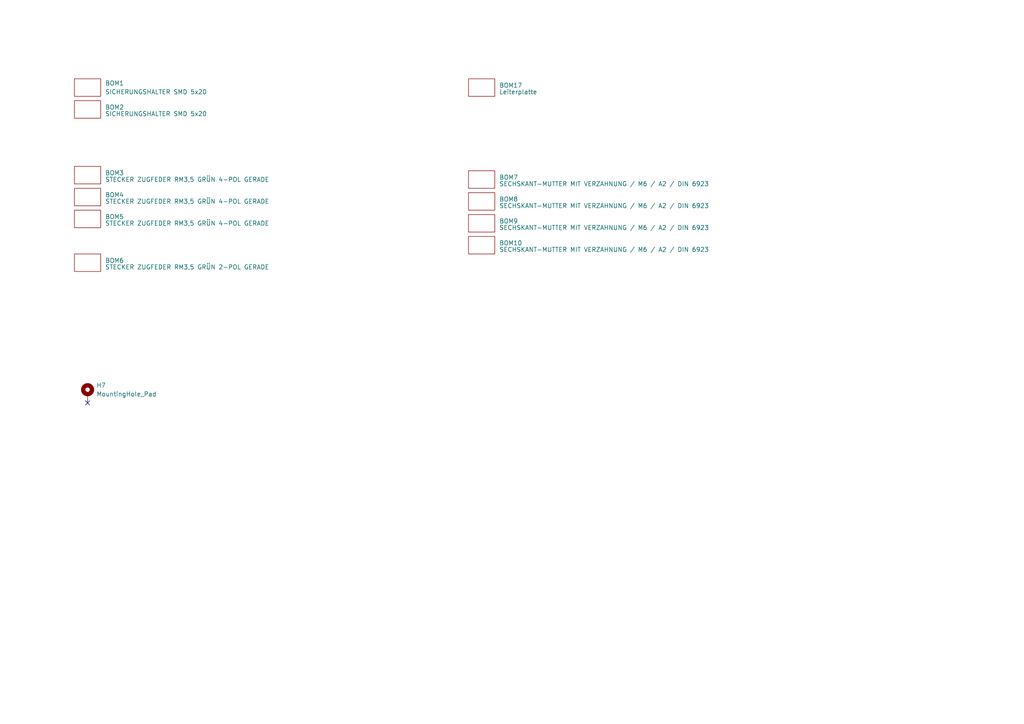
<source format=kicad_sch>
(kicad_sch
	(version 20250114)
	(generator "eeschema")
	(generator_version "9.0")
	(uuid "d2a2d163-13e4-4f1d-aa3d-79667ae6d2fb")
	(paper "A4")
	(lib_symbols
		(symbol "Mechanical:MountingHole_Pad"
			(pin_numbers
				(hide yes)
			)
			(pin_names
				(offset 1.016)
				(hide yes)
			)
			(exclude_from_sim yes)
			(in_bom no)
			(on_board yes)
			(property "Reference" "H"
				(at 0 6.35 0)
				(effects
					(font
						(size 1.27 1.27)
					)
				)
			)
			(property "Value" "MountingHole_Pad"
				(at 0 4.445 0)
				(effects
					(font
						(size 1.27 1.27)
					)
				)
			)
			(property "Footprint" ""
				(at 0 0 0)
				(effects
					(font
						(size 1.27 1.27)
					)
					(hide yes)
				)
			)
			(property "Datasheet" "~"
				(at 0 0 0)
				(effects
					(font
						(size 1.27 1.27)
					)
					(hide yes)
				)
			)
			(property "Description" "Mounting Hole with connection"
				(at 0 0 0)
				(effects
					(font
						(size 1.27 1.27)
					)
					(hide yes)
				)
			)
			(property "ki_keywords" "mounting hole"
				(at 0 0 0)
				(effects
					(font
						(size 1.27 1.27)
					)
					(hide yes)
				)
			)
			(property "ki_fp_filters" "MountingHole*Pad*"
				(at 0 0 0)
				(effects
					(font
						(size 1.27 1.27)
					)
					(hide yes)
				)
			)
			(symbol "MountingHole_Pad_0_1"
				(circle
					(center 0 1.27)
					(radius 1.27)
					(stroke
						(width 1.27)
						(type default)
					)
					(fill
						(type none)
					)
				)
			)
			(symbol "MountingHole_Pad_1_1"
				(pin input line
					(at 0 -2.54 90)
					(length 2.54)
					(name "1"
						(effects
							(font
								(size 1.27 1.27)
							)
						)
					)
					(number "1"
						(effects
							(font
								(size 1.27 1.27)
							)
						)
					)
				)
			)
			(embedded_fonts no)
		)
		(symbol "myBOM_Part:BOM-Part"
			(pin_numbers
				(hide yes)
			)
			(pin_names
				(offset 0)
				(hide yes)
			)
			(exclude_from_sim no)
			(in_bom yes)
			(on_board no)
			(property "Reference" "BOM"
				(at 0 0 0)
				(effects
					(font
						(size 1.27 1.27)
					)
				)
			)
			(property "Value" ""
				(at 0 0 0)
				(effects
					(font
						(size 1.27 1.27)
					)
				)
			)
			(property "Footprint" "myDummy:BOM-Dummy"
				(at 0 0 0)
				(effects
					(font
						(size 1.27 1.27)
					)
					(hide yes)
				)
			)
			(property "Datasheet" ""
				(at 0 0 0)
				(effects
					(font
						(size 1.27 1.27)
					)
					(hide yes)
				)
			)
			(property "Description" ""
				(at 0 0 0)
				(effects
					(font
						(size 1.27 1.27)
					)
					(hide yes)
				)
			)
			(symbol "BOM-Part_0_1"
				(rectangle
					(start -3.81 2.54)
					(end 3.81 -2.54)
					(stroke
						(width 0)
						(type default)
					)
					(fill
						(type none)
					)
				)
			)
			(embedded_fonts no)
		)
	)
	(no_connect
		(at 25.4 116.84)
		(uuid "9245115c-bb1d-4108-a8e3-fbdc234b3f22")
	)
	(symbol
		(lib_id "myBOM_Part:BOM-Part")
		(at 139.7 64.77 0)
		(unit 1)
		(exclude_from_sim no)
		(in_bom yes)
		(on_board yes)
		(dnp no)
		(fields_autoplaced yes)
		(uuid "34200ca7-24e4-4c21-baf7-9aa64778258b")
		(property "Reference" "BOM9"
			(at 144.78 64.1349 0)
			(effects
				(font
					(size 1.27 1.27)
				)
				(justify left)
			)
		)
		(property "Value" "SECHSKANT-MUTTER MIT VERZAHNUNG / M6 / A2 / DIN 6923"
			(at 144.78 66.04 0)
			(effects
				(font
					(size 1.27 1.27)
				)
				(justify left)
			)
		)
		(property "Footprint" "myBOM:BOM_PART_2x2mm"
			(at 139.7 64.77 0)
			(effects
				(font
					(size 1.27 1.27)
				)
				(hide yes)
			)
		)
		(property "Datasheet" ""
			(at 139.7 64.77 0)
			(effects
				(font
					(size 1.27 1.27)
				)
				(hide yes)
			)
		)
		(property "Description" "SECHSKANT-MUTTER MIT VERZAHNUNG / M6 / A2 / DIN 6923"
			(at 139.7 64.77 0)
			(effects
				(font
					(size 1.27 1.27)
				)
				(hide yes)
			)
		)
		(property "ECS Art#" "M589"
			(at 139.7 64.77 0)
			(effects
				(font
					(size 1.27 1.27)
				)
				(hide yes)
			)
		)
		(property "HAN" ""
			(at 139.7 64.77 0)
			(effects
				(font
					(size 1.27 1.27)
				)
				(hide yes)
			)
		)
		(property "Voltage" ""
			(at 139.7 64.77 0)
			(effects
				(font
					(size 1.27 1.27)
				)
				(hide yes)
			)
		)
		(property "Toleranz" ""
			(at 139.7 64.77 0)
			(effects
				(font
					(size 1.27 1.27)
				)
				(hide yes)
			)
		)
		(property "Hersteller" ""
			(at 139.7 64.77 0)
			(effects
				(font
					(size 1.27 1.27)
				)
				(hide yes)
			)
		)
		(instances
			(project "smartPro"
				(path "/bf1f8167-8e29-49cc-a467-dd9cc2c77246/4875905e-d35e-4049-a6aa-c7869d81fd32"
					(reference "BOM9")
					(unit 1)
				)
			)
		)
	)
	(symbol
		(lib_id "myBOM_Part:BOM-Part")
		(at 25.4 50.8 0)
		(unit 1)
		(exclude_from_sim no)
		(in_bom yes)
		(on_board yes)
		(dnp no)
		(fields_autoplaced yes)
		(uuid "3b1edae6-9a49-468b-9575-917881cfa914")
		(property "Reference" "BOM3"
			(at 30.48 50.1649 0)
			(effects
				(font
					(size 1.27 1.27)
				)
				(justify left)
			)
		)
		(property "Value" "STECKER ZUGFEDER RM3,5 GRÜN 4-POL GERADE"
			(at 30.48 52.07 0)
			(effects
				(font
					(size 1.27 1.27)
				)
				(justify left)
			)
		)
		(property "Footprint" "myBOM:BOM_PART_2x2mm"
			(at 25.4 50.8 0)
			(effects
				(font
					(size 1.27 1.27)
				)
				(hide yes)
			)
		)
		(property "Datasheet" "https://www.lcsc.com/datasheet/lcsc_datasheet_2111222030_Cixi-Kefa-Elec-KF2EDGKN-3-5-4P_C2923001.pdf"
			(at 25.4 50.8 0)
			(effects
				(font
					(size 1.27 1.27)
				)
				(hide yes)
			)
		)
		(property "Description" "STECKER ZUGFEDER RM3,5 GRÜN 4-POL GERADE"
			(at 25.4 50.8 0)
			(effects
				(font
					(size 1.27 1.27)
				)
				(hide yes)
			)
		)
		(property "ECS Art#" "CON592"
			(at 25.4 50.8 0)
			(effects
				(font
					(size 1.27 1.27)
				)
				(hide yes)
			)
		)
		(property "HAN" "KF2EDGKN-3.5-4P"
			(at 25.4 50.8 0)
			(effects
				(font
					(size 1.27 1.27)
				)
				(hide yes)
			)
		)
		(property "Voltage" ""
			(at 25.4 50.8 0)
			(effects
				(font
					(size 1.27 1.27)
				)
				(hide yes)
			)
		)
		(property "Toleranz" ""
			(at 25.4 50.8 0)
			(effects
				(font
					(size 1.27 1.27)
				)
				(hide yes)
			)
		)
		(property "Hersteller" "Cici"
			(at 25.4 50.8 0)
			(effects
				(font
					(size 1.27 1.27)
				)
				(hide yes)
			)
		)
		(instances
			(project "greenSmartSwitch"
				(path "/bf1f8167-8e29-49cc-a467-dd9cc2c77246/4875905e-d35e-4049-a6aa-c7869d81fd32"
					(reference "BOM3")
					(unit 1)
				)
			)
		)
	)
	(symbol
		(lib_id "myBOM_Part:BOM-Part")
		(at 139.7 71.12 0)
		(unit 1)
		(exclude_from_sim no)
		(in_bom yes)
		(on_board yes)
		(dnp no)
		(fields_autoplaced yes)
		(uuid "46da6a53-8e8f-4423-93b1-b65682c7fd58")
		(property "Reference" "BOM10"
			(at 144.78 70.4849 0)
			(effects
				(font
					(size 1.27 1.27)
				)
				(justify left)
			)
		)
		(property "Value" "SECHSKANT-MUTTER MIT VERZAHNUNG / M6 / A2 / DIN 6923"
			(at 144.78 72.39 0)
			(effects
				(font
					(size 1.27 1.27)
				)
				(justify left)
			)
		)
		(property "Footprint" "myBOM:BOM_PART_2x2mm"
			(at 139.7 71.12 0)
			(effects
				(font
					(size 1.27 1.27)
				)
				(hide yes)
			)
		)
		(property "Datasheet" ""
			(at 139.7 71.12 0)
			(effects
				(font
					(size 1.27 1.27)
				)
				(hide yes)
			)
		)
		(property "Description" "SECHSKANT-MUTTER MIT VERZAHNUNG / M6 / A2 / DIN 6923"
			(at 139.7 71.12 0)
			(effects
				(font
					(size 1.27 1.27)
				)
				(hide yes)
			)
		)
		(property "ECS Art#" "M589"
			(at 139.7 71.12 0)
			(effects
				(font
					(size 1.27 1.27)
				)
				(hide yes)
			)
		)
		(property "HAN" ""
			(at 139.7 71.12 0)
			(effects
				(font
					(size 1.27 1.27)
				)
				(hide yes)
			)
		)
		(property "Voltage" ""
			(at 139.7 71.12 0)
			(effects
				(font
					(size 1.27 1.27)
				)
				(hide yes)
			)
		)
		(property "Toleranz" ""
			(at 139.7 71.12 0)
			(effects
				(font
					(size 1.27 1.27)
				)
				(hide yes)
			)
		)
		(property "Hersteller" ""
			(at 139.7 71.12 0)
			(effects
				(font
					(size 1.27 1.27)
				)
				(hide yes)
			)
		)
		(instances
			(project "smartPro"
				(path "/bf1f8167-8e29-49cc-a467-dd9cc2c77246/4875905e-d35e-4049-a6aa-c7869d81fd32"
					(reference "BOM10")
					(unit 1)
				)
			)
		)
	)
	(symbol
		(lib_id "myBOM_Part:BOM-Part")
		(at 139.7 25.4 0)
		(unit 1)
		(exclude_from_sim no)
		(in_bom yes)
		(on_board yes)
		(dnp no)
		(fields_autoplaced yes)
		(uuid "4b9b21af-a34a-4336-aa7c-8aa0c8a915e5")
		(property "Reference" "BOM17"
			(at 144.78 24.7649 0)
			(effects
				(font
					(size 1.27 1.27)
				)
				(justify left)
			)
		)
		(property "Value" "Leiterplatte"
			(at 144.78 26.67 0)
			(effects
				(font
					(size 1.27 1.27)
				)
				(justify left)
			)
		)
		(property "Footprint" "myBOM:BOM_PART_2x2mm"
			(at 139.7 25.4 0)
			(effects
				(font
					(size 1.27 1.27)
				)
				(hide yes)
			)
		)
		(property "Datasheet" ""
			(at 139.7 25.4 0)
			(effects
				(font
					(size 1.27 1.27)
				)
				(hide yes)
			)
		)
		(property "Description" "ECS_SMART_SWITCH_LP"
			(at 139.7 25.4 0)
			(effects
				(font
					(size 1.27 1.27)
				)
				(hide yes)
			)
		)
		(property "ECS Art#" "PT090"
			(at 139.7 25.4 0)
			(effects
				(font
					(size 1.27 1.27)
				)
				(hide yes)
			)
		)
		(property "HAN" ""
			(at 139.7 25.4 0)
			(effects
				(font
					(size 1.27 1.27)
				)
				(hide yes)
			)
		)
		(property "Voltage" ""
			(at 139.7 25.4 0)
			(effects
				(font
					(size 1.27 1.27)
				)
				(hide yes)
			)
		)
		(property "Toleranz" ""
			(at 139.7 25.4 0)
			(effects
				(font
					(size 1.27 1.27)
				)
				(hide yes)
			)
		)
		(property "Hersteller" ""
			(at 139.7 25.4 0)
			(effects
				(font
					(size 1.27 1.27)
				)
				(hide yes)
			)
		)
		(instances
			(project "greenSmartSwitch"
				(path "/bf1f8167-8e29-49cc-a467-dd9cc2c77246/4875905e-d35e-4049-a6aa-c7869d81fd32"
					(reference "BOM17")
					(unit 1)
				)
			)
		)
	)
	(symbol
		(lib_id "myBOM_Part:BOM-Part")
		(at 139.7 52.07 0)
		(unit 1)
		(exclude_from_sim no)
		(in_bom yes)
		(on_board yes)
		(dnp no)
		(fields_autoplaced yes)
		(uuid "5f9126a2-02d5-448c-ada2-9bc46a111da9")
		(property "Reference" "BOM7"
			(at 144.78 51.4349 0)
			(effects
				(font
					(size 1.27 1.27)
				)
				(justify left)
			)
		)
		(property "Value" "SECHSKANT-MUTTER MIT VERZAHNUNG / M6 / A2 / DIN 6923"
			(at 144.78 53.34 0)
			(effects
				(font
					(size 1.27 1.27)
				)
				(justify left)
			)
		)
		(property "Footprint" "myBOM:BOM_PART_2x2mm"
			(at 139.7 52.07 0)
			(effects
				(font
					(size 1.27 1.27)
				)
				(hide yes)
			)
		)
		(property "Datasheet" ""
			(at 139.7 52.07 0)
			(effects
				(font
					(size 1.27 1.27)
				)
				(hide yes)
			)
		)
		(property "Description" "SECHSKANT-MUTTER MIT VERZAHNUNG / M6 / A2 / DIN 6923"
			(at 139.7 52.07 0)
			(effects
				(font
					(size 1.27 1.27)
				)
				(hide yes)
			)
		)
		(property "ECS Art#" "M589"
			(at 139.7 52.07 0)
			(effects
				(font
					(size 1.27 1.27)
				)
				(hide yes)
			)
		)
		(property "HAN" ""
			(at 139.7 52.07 0)
			(effects
				(font
					(size 1.27 1.27)
				)
				(hide yes)
			)
		)
		(property "Voltage" ""
			(at 139.7 52.07 0)
			(effects
				(font
					(size 1.27 1.27)
				)
				(hide yes)
			)
		)
		(property "Toleranz" ""
			(at 139.7 52.07 0)
			(effects
				(font
					(size 1.27 1.27)
				)
				(hide yes)
			)
		)
		(property "Hersteller" ""
			(at 139.7 52.07 0)
			(effects
				(font
					(size 1.27 1.27)
				)
				(hide yes)
			)
		)
		(instances
			(project "smartPro"
				(path "/bf1f8167-8e29-49cc-a467-dd9cc2c77246/4875905e-d35e-4049-a6aa-c7869d81fd32"
					(reference "BOM7")
					(unit 1)
				)
			)
		)
	)
	(symbol
		(lib_id "Mechanical:MountingHole_Pad")
		(at 25.4 114.3 0)
		(unit 1)
		(exclude_from_sim yes)
		(in_bom no)
		(on_board yes)
		(dnp no)
		(fields_autoplaced yes)
		(uuid "64eab666-6449-4ddc-b6ea-8ddf6dce9762")
		(property "Reference" "H7"
			(at 27.94 111.7599 0)
			(effects
				(font
					(size 1.27 1.27)
				)
				(justify left)
			)
		)
		(property "Value" "MountingHole_Pad"
			(at 27.94 114.2999 0)
			(effects
				(font
					(size 1.27 1.27)
				)
				(justify left)
			)
		)
		(property "Footprint" "MountingHole:MountingHole_4.3mm_M4_DIN965_Pad"
			(at 25.4 114.3 0)
			(effects
				(font
					(size 1.27 1.27)
				)
				(hide yes)
			)
		)
		(property "Datasheet" "~"
			(at 25.4 114.3 0)
			(effects
				(font
					(size 1.27 1.27)
				)
				(hide yes)
			)
		)
		(property "Description" "Mounting Hole with connection"
			(at 25.4 114.3 0)
			(effects
				(font
					(size 1.27 1.27)
				)
				(hide yes)
			)
		)
		(pin "1"
			(uuid "ac44c1fc-a127-40ef-8928-2623fe9de048")
		)
		(instances
			(project "smartPro"
				(path "/bf1f8167-8e29-49cc-a467-dd9cc2c77246/4875905e-d35e-4049-a6aa-c7869d81fd32"
					(reference "H7")
					(unit 1)
				)
			)
		)
	)
	(symbol
		(lib_id "myBOM_Part:BOM-Part")
		(at 139.7 58.42 0)
		(unit 1)
		(exclude_from_sim no)
		(in_bom yes)
		(on_board yes)
		(dnp no)
		(fields_autoplaced yes)
		(uuid "94da1eae-d16a-47f0-9675-3f63c22f6867")
		(property "Reference" "BOM8"
			(at 144.78 57.7849 0)
			(effects
				(font
					(size 1.27 1.27)
				)
				(justify left)
			)
		)
		(property "Value" "SECHSKANT-MUTTER MIT VERZAHNUNG / M6 / A2 / DIN 6923"
			(at 144.78 59.69 0)
			(effects
				(font
					(size 1.27 1.27)
				)
				(justify left)
			)
		)
		(property "Footprint" "myBOM:BOM_PART_2x2mm"
			(at 139.7 58.42 0)
			(effects
				(font
					(size 1.27 1.27)
				)
				(hide yes)
			)
		)
		(property "Datasheet" ""
			(at 139.7 58.42 0)
			(effects
				(font
					(size 1.27 1.27)
				)
				(hide yes)
			)
		)
		(property "Description" "SECHSKANT-MUTTER MIT VERZAHNUNG / M6 / A2 / DIN 6923"
			(at 139.7 58.42 0)
			(effects
				(font
					(size 1.27 1.27)
				)
				(hide yes)
			)
		)
		(property "ECS Art#" "M589"
			(at 139.7 58.42 0)
			(effects
				(font
					(size 1.27 1.27)
				)
				(hide yes)
			)
		)
		(property "HAN" ""
			(at 139.7 58.42 0)
			(effects
				(font
					(size 1.27 1.27)
				)
				(hide yes)
			)
		)
		(property "Voltage" ""
			(at 139.7 58.42 0)
			(effects
				(font
					(size 1.27 1.27)
				)
				(hide yes)
			)
		)
		(property "Toleranz" ""
			(at 139.7 58.42 0)
			(effects
				(font
					(size 1.27 1.27)
				)
				(hide yes)
			)
		)
		(property "Hersteller" ""
			(at 139.7 58.42 0)
			(effects
				(font
					(size 1.27 1.27)
				)
				(hide yes)
			)
		)
		(instances
			(project "smartPro"
				(path "/bf1f8167-8e29-49cc-a467-dd9cc2c77246/4875905e-d35e-4049-a6aa-c7869d81fd32"
					(reference "BOM8")
					(unit 1)
				)
			)
		)
	)
	(symbol
		(lib_id "myBOM_Part:BOM-Part")
		(at 25.4 31.75 0)
		(unit 1)
		(exclude_from_sim no)
		(in_bom yes)
		(on_board yes)
		(dnp no)
		(fields_autoplaced yes)
		(uuid "9a77df8c-b0c0-4ce7-a108-fd8d16d413f3")
		(property "Reference" "BOM2"
			(at 30.48 31.1149 0)
			(effects
				(font
					(size 1.27 1.27)
				)
				(justify left)
			)
		)
		(property "Value" "SICHERUNGSHALTER SMD 5x20"
			(at 30.48 33.02 0)
			(effects
				(font
					(size 1.27 1.27)
				)
				(justify left)
			)
		)
		(property "Footprint" "myBOM:BOM_PART_2x2mm"
			(at 25.4 31.75 0)
			(effects
				(font
					(size 1.27 1.27)
				)
				(hide yes)
			)
		)
		(property "Datasheet" "https://shopapi.schukat.com/medias/typ-OGN.pdf?context=bWFzdGVyfHBpbWFzc2V0c3w1MDMzMzZ8YXBwbGljYXRpb24vcGRmfGFEYzBMMmhrTWk4eE1EUTNOVFEzTXpRek5qY3dNaTkwZVhCZlQwZE9MbkJrWmd8Mjg4NGY1YzRmZWU5YjM2YzY0MWZmYmZlYmEzOTNkZjk5YzQyYTRmOWZkOWZjZDBiNjZkMmZiM2QzMWY3ODhiNQ&_gl=1*1v30h1u*_gcl_au*NDkwMDc0NzYyLjE3MzU3MjkyODQ."
			(at 25.4 31.75 0)
			(effects
				(font
					(size 1.27 1.27)
				)
				(hide yes)
			)
		)
		(property "Description" ""
			(at 25.4 31.75 0)
			(effects
				(font
					(size 1.27 1.27)
				)
				(hide yes)
			)
		)
		(property "ECS Art#" "EM469"
			(at 25.4 31.75 0)
			(effects
				(font
					(size 1.27 1.27)
				)
				(hide yes)
			)
		)
		(property "HAN" "0031.8221"
			(at 25.4 31.75 0)
			(effects
				(font
					(size 1.27 1.27)
				)
				(hide yes)
			)
		)
		(property "Voltage" ""
			(at 25.4 31.75 0)
			(effects
				(font
					(size 1.27 1.27)
				)
				(hide yes)
			)
		)
		(property "Toleranz" ""
			(at 25.4 31.75 0)
			(effects
				(font
					(size 1.27 1.27)
				)
				(hide yes)
			)
		)
		(property "Hersteller" "Schurter"
			(at 25.4 31.75 0)
			(effects
				(font
					(size 1.27 1.27)
				)
				(hide yes)
			)
		)
		(instances
			(project "greenSmartSwitch"
				(path "/bf1f8167-8e29-49cc-a467-dd9cc2c77246/4875905e-d35e-4049-a6aa-c7869d81fd32"
					(reference "BOM2")
					(unit 1)
				)
			)
		)
	)
	(symbol
		(lib_id "myBOM_Part:BOM-Part")
		(at 25.4 57.15 0)
		(unit 1)
		(exclude_from_sim no)
		(in_bom yes)
		(on_board yes)
		(dnp no)
		(fields_autoplaced yes)
		(uuid "b9323593-7eaa-4655-b02b-2825538f14c1")
		(property "Reference" "BOM4"
			(at 30.48 56.5149 0)
			(effects
				(font
					(size 1.27 1.27)
				)
				(justify left)
			)
		)
		(property "Value" "STECKER ZUGFEDER RM3,5 GRÜN 4-POL GERADE"
			(at 30.48 58.42 0)
			(effects
				(font
					(size 1.27 1.27)
				)
				(justify left)
			)
		)
		(property "Footprint" "myBOM:BOM_PART_2x2mm"
			(at 25.4 57.15 0)
			(effects
				(font
					(size 1.27 1.27)
				)
				(hide yes)
			)
		)
		(property "Datasheet" "https://www.lcsc.com/datasheet/lcsc_datasheet_2111222030_Cixi-Kefa-Elec-KF2EDGKN-3-5-4P_C2923001.pdf"
			(at 25.4 57.15 0)
			(effects
				(font
					(size 1.27 1.27)
				)
				(hide yes)
			)
		)
		(property "Description" "STECKER ZUGFEDER RM3,5 GRÜN 4-POL GERADE"
			(at 25.4 57.15 0)
			(effects
				(font
					(size 1.27 1.27)
				)
				(hide yes)
			)
		)
		(property "ECS Art#" "CON592"
			(at 25.4 57.15 0)
			(effects
				(font
					(size 1.27 1.27)
				)
				(hide yes)
			)
		)
		(property "HAN" "KF2EDGKN-3.5-4P"
			(at 25.4 57.15 0)
			(effects
				(font
					(size 1.27 1.27)
				)
				(hide yes)
			)
		)
		(property "Voltage" ""
			(at 25.4 57.15 0)
			(effects
				(font
					(size 1.27 1.27)
				)
				(hide yes)
			)
		)
		(property "Toleranz" ""
			(at 25.4 57.15 0)
			(effects
				(font
					(size 1.27 1.27)
				)
				(hide yes)
			)
		)
		(property "Hersteller" "Cici"
			(at 25.4 57.15 0)
			(effects
				(font
					(size 1.27 1.27)
				)
				(hide yes)
			)
		)
		(instances
			(project "greenSmartSwitch"
				(path "/bf1f8167-8e29-49cc-a467-dd9cc2c77246/4875905e-d35e-4049-a6aa-c7869d81fd32"
					(reference "BOM4")
					(unit 1)
				)
			)
		)
	)
	(symbol
		(lib_id "myBOM_Part:BOM-Part")
		(at 25.4 63.5 0)
		(unit 1)
		(exclude_from_sim no)
		(in_bom yes)
		(on_board yes)
		(dnp no)
		(fields_autoplaced yes)
		(uuid "de01e9d5-c9c5-4266-ae28-85fc98121fa8")
		(property "Reference" "BOM5"
			(at 30.48 62.8649 0)
			(effects
				(font
					(size 1.27 1.27)
				)
				(justify left)
			)
		)
		(property "Value" "STECKER ZUGFEDER RM3,5 GRÜN 4-POL GERADE"
			(at 30.48 64.77 0)
			(effects
				(font
					(size 1.27 1.27)
				)
				(justify left)
			)
		)
		(property "Footprint" "myBOM:BOM_PART_2x2mm"
			(at 25.4 63.5 0)
			(effects
				(font
					(size 1.27 1.27)
				)
				(hide yes)
			)
		)
		(property "Datasheet" "https://www.lcsc.com/datasheet/lcsc_datasheet_2111222030_Cixi-Kefa-Elec-KF2EDGKN-3-5-4P_C2923001.pdf"
			(at 25.4 63.5 0)
			(effects
				(font
					(size 1.27 1.27)
				)
				(hide yes)
			)
		)
		(property "Description" "STECKER ZUGFEDER RM3,5 GRÜN 4-POL GERADE"
			(at 25.4 63.5 0)
			(effects
				(font
					(size 1.27 1.27)
				)
				(hide yes)
			)
		)
		(property "ECS Art#" "CON592"
			(at 25.4 63.5 0)
			(effects
				(font
					(size 1.27 1.27)
				)
				(hide yes)
			)
		)
		(property "HAN" "KF2EDGKN-3.5-4P"
			(at 25.4 63.5 0)
			(effects
				(font
					(size 1.27 1.27)
				)
				(hide yes)
			)
		)
		(property "Voltage" ""
			(at 25.4 63.5 0)
			(effects
				(font
					(size 1.27 1.27)
				)
				(hide yes)
			)
		)
		(property "Toleranz" ""
			(at 25.4 63.5 0)
			(effects
				(font
					(size 1.27 1.27)
				)
				(hide yes)
			)
		)
		(property "Hersteller" "Cici"
			(at 25.4 63.5 0)
			(effects
				(font
					(size 1.27 1.27)
				)
				(hide yes)
			)
		)
		(instances
			(project "greenSmartSwitch"
				(path "/bf1f8167-8e29-49cc-a467-dd9cc2c77246/4875905e-d35e-4049-a6aa-c7869d81fd32"
					(reference "BOM5")
					(unit 1)
				)
			)
		)
	)
	(symbol
		(lib_id "myBOM_Part:BOM-Part")
		(at 25.4 25.4 180)
		(unit 1)
		(exclude_from_sim no)
		(in_bom yes)
		(on_board yes)
		(dnp no)
		(fields_autoplaced yes)
		(uuid "e64363a9-72c2-4668-ae9d-e85af351ba12")
		(property "Reference" "BOM1"
			(at 30.48 24.1299 0)
			(effects
				(font
					(size 1.27 1.27)
				)
				(justify right)
			)
		)
		(property "Value" "SICHERUNGSHALTER SMD 5x20"
			(at 30.48 26.6699 0)
			(effects
				(font
					(size 1.27 1.27)
				)
				(justify right)
			)
		)
		(property "Footprint" "myBOM:BOM_PART_2x2mm"
			(at 25.4 25.4 0)
			(effects
				(font
					(size 1.27 1.27)
				)
				(hide yes)
			)
		)
		(property "Datasheet" "https://shopapi.schukat.com/medias/typ-OGN.pdf?context=bWFzdGVyfHBpbWFzc2V0c3w1MDMzMzZ8YXBwbGljYXRpb24vcGRmfGFEYzBMMmhrTWk4eE1EUTNOVFEzTXpRek5qY3dNaTkwZVhCZlQwZE9MbkJrWmd8Mjg4NGY1YzRmZWU5YjM2YzY0MWZmYmZlYmEzOTNkZjk5YzQyYTRmOWZkOWZjZDBiNjZkMmZiM2QzMWY3ODhiNQ&_gl=1*1v30h1u*_gcl_au*NDkwMDc0NzYyLjE3MzU3MjkyODQ."
			(at 25.4 25.4 0)
			(effects
				(font
					(size 1.27 1.27)
				)
				(hide yes)
			)
		)
		(property "Description" ""
			(at 25.4 25.4 0)
			(effects
				(font
					(size 1.27 1.27)
				)
				(hide yes)
			)
		)
		(property "ECS Art#" "EM469"
			(at 25.4 25.4 0)
			(effects
				(font
					(size 1.27 1.27)
				)
				(hide yes)
			)
		)
		(property "HAN" "0031.8221"
			(at 25.4 25.4 0)
			(effects
				(font
					(size 1.27 1.27)
				)
				(hide yes)
			)
		)
		(property "Voltage" ""
			(at 25.4 25.4 0)
			(effects
				(font
					(size 1.27 1.27)
				)
				(hide yes)
			)
		)
		(property "Toleranz" ""
			(at 25.4 25.4 0)
			(effects
				(font
					(size 1.27 1.27)
				)
				(hide yes)
			)
		)
		(property "Hersteller" "Schurter"
			(at 25.4 25.4 0)
			(effects
				(font
					(size 1.27 1.27)
				)
				(hide yes)
			)
		)
		(instances
			(project ""
				(path "/bf1f8167-8e29-49cc-a467-dd9cc2c77246/4875905e-d35e-4049-a6aa-c7869d81fd32"
					(reference "BOM1")
					(unit 1)
				)
			)
		)
	)
	(symbol
		(lib_id "myBOM_Part:BOM-Part")
		(at 25.4 76.2 0)
		(unit 1)
		(exclude_from_sim no)
		(in_bom yes)
		(on_board yes)
		(dnp no)
		(fields_autoplaced yes)
		(uuid "fdfa8543-b973-4844-9972-e1f09a394bdc")
		(property "Reference" "BOM6"
			(at 30.48 75.5649 0)
			(effects
				(font
					(size 1.27 1.27)
				)
				(justify left)
			)
		)
		(property "Value" "STECKER ZUGFEDER RM3,5 GRÜN 2-POL GERADE"
			(at 30.48 77.47 0)
			(effects
				(font
					(size 1.27 1.27)
				)
				(justify left)
			)
		)
		(property "Footprint" "myBOM:BOM_PART_2x2mm"
			(at 25.4 76.2 0)
			(effects
				(font
					(size 1.27 1.27)
				)
				(hide yes)
			)
		)
		(property "Datasheet" "https://www.lcsc.com/datasheet/lcsc_datasheet_2111222030_Cixi-Kefa-Elec-KF2EDGKN-3-5-2P_C2922999.pdf"
			(at 25.4 76.2 0)
			(effects
				(font
					(size 1.27 1.27)
				)
				(hide yes)
			)
		)
		(property "Description" "STECKER ZUGFEDER RM3,5 GRÜN 2-POL GERADE"
			(at 25.4 76.2 0)
			(effects
				(font
					(size 1.27 1.27)
				)
				(hide yes)
			)
		)
		(property "ECS Art#" "CON181"
			(at 25.4 76.2 0)
			(effects
				(font
					(size 1.27 1.27)
				)
				(hide yes)
			)
		)
		(property "HAN" "KF2EDGKN-3.5-2P"
			(at 25.4 76.2 0)
			(effects
				(font
					(size 1.27 1.27)
				)
				(hide yes)
			)
		)
		(property "Voltage" ""
			(at 25.4 76.2 0)
			(effects
				(font
					(size 1.27 1.27)
				)
				(hide yes)
			)
		)
		(property "Toleranz" ""
			(at 25.4 76.2 0)
			(effects
				(font
					(size 1.27 1.27)
				)
				(hide yes)
			)
		)
		(property "Hersteller" "Cici"
			(at 25.4 76.2 0)
			(effects
				(font
					(size 1.27 1.27)
				)
				(hide yes)
			)
		)
		(instances
			(project "greenSmartSwitch"
				(path "/bf1f8167-8e29-49cc-a467-dd9cc2c77246/4875905e-d35e-4049-a6aa-c7869d81fd32"
					(reference "BOM6")
					(unit 1)
				)
			)
		)
	)
)

</source>
